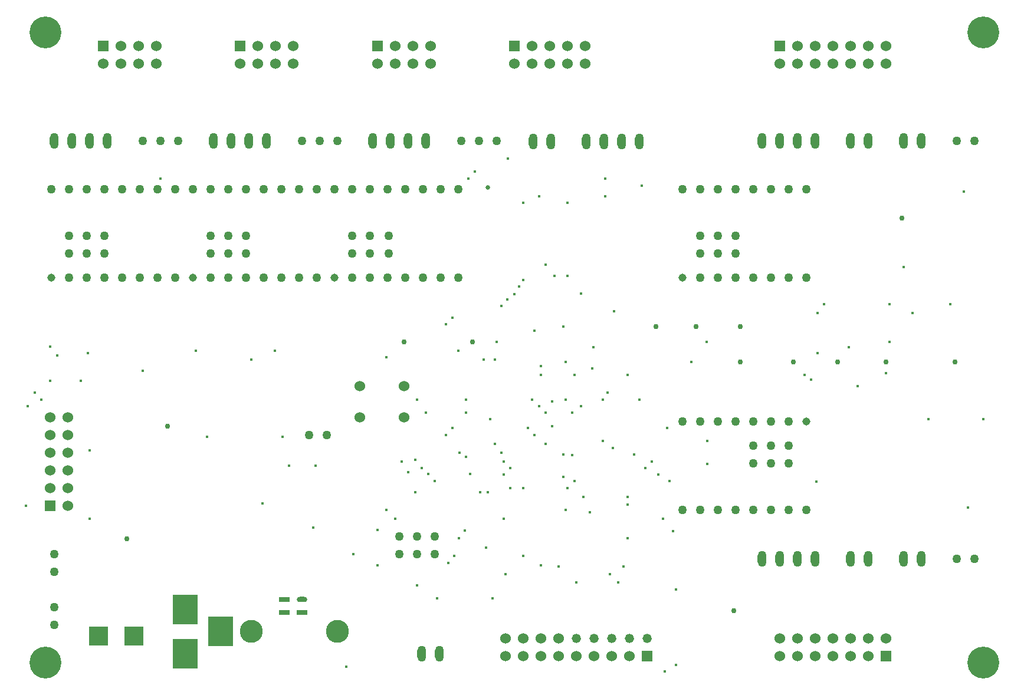
<source format=gbr>
%FSLAX23Y23*%
%MOIN*%
G04 EasyPC Gerber Version 13.0.2 Build 2807 *
%ADD25O,0.05000X0.09000*%
%ADD24R,0.14000X0.17000*%
%ADD77R,0.06000X0.06000*%
%ADD17R,0.11000X0.11000*%
%ADD79C,0.01500*%
%ADD81C,0.02500*%
%ADD80C,0.03000*%
%ADD12C,0.04500*%
%ADD11C,0.05000*%
%ADD78C,0.05200*%
%ADD23C,0.06000*%
%ADD72C,0.13000*%
%ADD10C,0.18000*%
%ADD73O,0.06000X0.03000*%
%ADD29R,0.06000X0.03000*%
X0Y0D02*
D02*
D10*
X15378Y16249D03*
Y19811D03*
X20678Y16249D03*
Y19811D03*
D02*
D11*
X15409Y18924D03*
X15428Y16461D03*
Y16561D03*
Y16761D03*
Y16861D03*
X15509Y18424D03*
Y18924D03*
X15510Y18562D03*
Y18662D03*
X15609Y18424D03*
Y18924D03*
X15610Y18562D03*
Y18662D03*
X15709Y18424D03*
Y18924D03*
X15710Y18562D03*
Y18662D03*
X15809Y18424D03*
Y18924D03*
X15909Y18424D03*
Y18924D03*
X15928Y19199D03*
X16009Y18424D03*
Y18924D03*
X16028Y19199D03*
X16109Y18424D03*
Y18924D03*
X16128Y19199D03*
X16210Y18924D03*
X16310Y18924D03*
X16310Y18562D03*
X16310Y18424D03*
Y18662D03*
X16410Y18924D03*
X16410Y18662D03*
X16410Y18424D03*
Y18562D03*
X16510Y18924D03*
X16510Y18562D03*
Y18662D03*
X16510Y18424D03*
X16610Y18924D03*
X16610Y18424D03*
X16710Y18924D03*
X16710Y18424D03*
X16810Y18924D03*
X16810Y18424D03*
X16828Y19199D03*
X16865Y17536D03*
X16910Y18924D03*
X16910Y18424D03*
X16927Y19199D03*
X16965Y17536D03*
X17010Y18924D03*
X17028Y19199D03*
X17110Y18924D03*
X17110Y18424D03*
Y18562D03*
X17110Y18662D03*
X17210Y18924D03*
X17210Y18662D03*
X17210Y18424D03*
Y18562D03*
X17310Y18924D03*
X17310Y18424D03*
X17315Y18561D03*
Y18661D03*
X17378Y16861D03*
Y16961D03*
X17410Y18924D03*
X17410Y18424D03*
X17477Y16961D03*
X17478Y16861D03*
X17510Y18924D03*
X17510Y18424D03*
X17578Y16861D03*
X17578Y16961D03*
X17610Y18924D03*
X17610Y18424D03*
X17710Y18924D03*
X17710Y18424D03*
X17727Y19199D03*
X17828D03*
X17927D03*
X18977Y17111D03*
X18977Y17611D03*
X18978Y18924D03*
X19077Y17111D03*
X19078Y17611D03*
X19078Y18424D03*
Y18561D03*
Y18661D03*
Y18924D03*
X19177Y17111D03*
X19177Y17611D03*
Y18561D03*
X19178Y18424D03*
Y18661D03*
Y18924D03*
X19277Y17111D03*
X19278Y17611D03*
Y18661D03*
X19278Y18424D03*
Y18924D03*
X19278Y18561D03*
X19377Y17374D03*
X19377Y17111D03*
X19378Y17474D03*
Y17611D03*
X19378Y18924D03*
X19378Y18424D03*
X19477Y17111D03*
X19477Y17374D03*
Y17474D03*
Y17611D03*
X19478Y18424D03*
Y18924D03*
X19578Y17374D03*
Y17474D03*
Y17611D03*
X19578Y17111D03*
Y18424D03*
Y18924D03*
X19677Y17111D03*
X19678Y18424D03*
Y18924D03*
X20527Y16837D03*
X20528Y19199D03*
X20627Y16837D03*
X20628Y19199D03*
D02*
D12*
X15409Y18424D03*
X16210Y18424D03*
X17010D03*
X18978Y18424D03*
X19677Y17611D03*
D02*
D17*
X15678Y16399D03*
X15878D03*
D02*
D23*
X15403Y17236D03*
Y17336D03*
Y17436D03*
Y17536D03*
Y17636D03*
X15503Y17136D03*
Y17236D03*
Y17336D03*
Y17436D03*
Y17536D03*
Y17636D03*
X15703Y19636D03*
X15803D03*
Y19736D03*
X15903Y19636D03*
Y19736D03*
X16003Y19636D03*
Y19736D03*
X16477Y19636D03*
X16578D03*
Y19736D03*
X16677Y19636D03*
Y19736D03*
X16778Y19636D03*
Y19736D03*
X17153Y17636D03*
Y17811D03*
X17253Y19636D03*
X17352D03*
Y19736D03*
X17403Y17636D03*
Y17811D03*
X17453Y19636D03*
Y19736D03*
X17552Y19636D03*
Y19736D03*
X17977Y16286D03*
Y16386D03*
X18028Y19636D03*
X18078Y16286D03*
Y16386D03*
X18128Y19636D03*
Y19736D03*
X18177Y16286D03*
Y16386D03*
X18227Y19636D03*
Y19736D03*
X18278Y16286D03*
Y16386D03*
X18328Y19636D03*
Y19736D03*
X18378Y16286D03*
X18427Y19636D03*
Y19736D03*
X18477Y16286D03*
X18578D03*
X18677D03*
X19528Y19636D03*
X19528Y16284D03*
Y16384D03*
X19628Y19636D03*
Y19736D03*
X19628Y16284D03*
Y16384D03*
X19727Y19636D03*
Y19736D03*
X19728Y16284D03*
Y16384D03*
X19828Y19636D03*
Y19736D03*
X19828Y16284D03*
Y16384D03*
X19927Y19636D03*
Y19736D03*
X19928Y16284D03*
Y16384D03*
X20028Y19636D03*
Y19736D03*
X20028Y16284D03*
Y16384D03*
X20128Y19636D03*
Y19736D03*
X20128Y16384D03*
D02*
D24*
X16165Y16299D03*
Y16549D03*
X16365Y16424D03*
D02*
D25*
X15428Y19199D03*
X15528D03*
X15628D03*
X15727D03*
X16328Y19199D03*
X16428D03*
X16528D03*
X16628D03*
X17227Y19199D03*
X17328D03*
X17427D03*
X17503Y16299D03*
X17528Y19199D03*
X17602Y16299D03*
X18133Y19197D03*
X18233D03*
X18433D03*
X18533D03*
X18633D03*
X18733D03*
X19427Y16836D03*
Y19199D03*
X19528Y16836D03*
Y19199D03*
X19628Y16836D03*
Y19199D03*
X19727Y16836D03*
Y19199D03*
X19927Y16836D03*
X19927Y19199D03*
X20027Y16836D03*
X20028Y19199D03*
X20227Y16836D03*
Y19199D03*
X20328Y16836D03*
Y19199D03*
D02*
D29*
X16727Y16533D03*
Y16604D03*
X16828Y16533D03*
D02*
D72*
X16540Y16424D03*
X17028D03*
D02*
D73*
X16828Y16604D03*
D02*
D77*
X15403Y17136D03*
X15703Y19736D03*
X16477D03*
X17253D03*
X18028D03*
X18778Y16286D03*
X19528Y19736D03*
X20128Y16284D03*
D02*
D78*
X18378Y16386D03*
X18477D03*
X18578D03*
X18677D03*
X18778D03*
D02*
D79*
X15265Y17136D03*
X15278Y17699D03*
X15315Y17774D03*
X15352Y17736D03*
X15403Y17841D03*
Y18036D03*
X15443Y17986D03*
X15578Y17841D03*
X15615Y17999D03*
X15628Y17061D03*
Y17449D03*
X15928Y17899D03*
X16028Y18986D03*
X16227Y18011D03*
X16290Y17524D03*
X16540Y17961D03*
X16602Y17149D03*
X16673Y18011D03*
X16715Y17524D03*
X16753Y17361D03*
X16890Y17011D03*
X16903Y17361D03*
X17078Y16224D03*
X17115Y16861D03*
X17253Y16799D03*
Y16999D03*
X17302Y17111D03*
Y17976D03*
X17352Y17061D03*
X17390Y17386D03*
X17427Y17324D03*
X17465Y17211D03*
Y17397D03*
X17477Y16686D03*
Y17736D03*
X17503Y17349D03*
X17528Y17661D03*
X17540Y17316D03*
X17578Y17274D03*
X17590Y16611D03*
X17640Y17536D03*
Y18161D03*
X17653Y16811D03*
X17677Y17574D03*
Y18199D03*
X17688Y16851D03*
X17710Y18011D03*
X17713Y16951D03*
X17718Y17436D03*
X17748Y16996D03*
X17753Y17411D03*
Y17661D03*
Y17736D03*
X17765Y18986D03*
X17778Y17316D03*
X17802Y19024D03*
X17832Y17211D03*
X17852Y17961D03*
X17865Y16899D03*
X17878Y17211D03*
X17890Y17624D03*
X17903Y16611D03*
X17915Y17486D03*
Y17961D03*
X17927Y18061D03*
X17953Y17436D03*
Y18266D03*
X17965Y17061D03*
Y17311D03*
Y17386D03*
X17977Y16749D03*
X17988Y18301D03*
X17990Y19099D03*
X18003Y17236D03*
Y17349D03*
X18028Y18331D03*
X18052Y18374D03*
X18078Y16851D03*
Y17236D03*
Y18411D03*
Y18849D03*
X18102Y17574D03*
X18128Y17736D03*
X18140Y17536D03*
Y18124D03*
X18165Y17699D03*
Y18886D03*
X18177Y16799D03*
Y17874D03*
Y17924D03*
X18203Y17486D03*
Y17661D03*
Y18499D03*
X18240Y17586D03*
Y17724D03*
X18253Y18436D03*
X18278Y16791D03*
X18302Y17299D03*
Y17424D03*
Y18149D03*
X18315Y17111D03*
Y17736D03*
Y17949D03*
X18328Y17236D03*
Y18436D03*
Y18849D03*
X18352Y17421D03*
Y17661D03*
X18365Y17274D03*
Y17874D03*
X18378Y16701D03*
X18403Y17699D03*
Y18336D03*
X18418Y17186D03*
X18453Y17099D03*
X18465Y17911D03*
X18473Y18031D03*
X18528Y17501D03*
Y17736D03*
X18539Y18984D03*
X18541Y18886D03*
X18552Y17774D03*
X18565Y16749D03*
X18583Y17461D03*
X18591Y18235D03*
X18613Y16701D03*
X18642Y16791D03*
X18665Y17874D03*
X18668Y16951D03*
Y17141D03*
Y17186D03*
X18703Y17426D03*
X18733Y17736D03*
X18747Y18946D03*
X18765Y17349D03*
X18802Y17386D03*
X18840Y17311D03*
X18865Y17061D03*
X18878Y16199D03*
X18890Y17574D03*
X18903Y17274D03*
X18923Y16991D03*
X18940Y16236D03*
Y16661D03*
X19028Y17949D03*
X19113Y18061D03*
X19118Y17371D03*
Y17501D03*
X19665Y17874D03*
X19703Y17849D03*
X19733Y17271D03*
X19740Y17999D03*
Y18224D03*
X19778Y18274D03*
X19918Y18031D03*
X19965Y17811D03*
X20128Y17886D03*
X20148Y18061D03*
Y18274D03*
X20227Y18486D03*
X20278Y18224D03*
X20365Y17624D03*
X20490Y18274D03*
X20565Y18911D03*
X20590Y17124D03*
X20678Y17624D03*
D02*
D80*
X15837Y16948D03*
X16065Y17586D03*
X17403Y18061D03*
X17790D03*
X18828Y18149D03*
X19052D03*
X19267Y16541D03*
X19302Y17949D03*
Y18149D03*
X19602Y17949D03*
X19852D03*
X20128D03*
X20215Y18761D03*
X20515Y17949D03*
D02*
D81*
X17878Y18936D03*
X0Y0D02*
M02*

</source>
